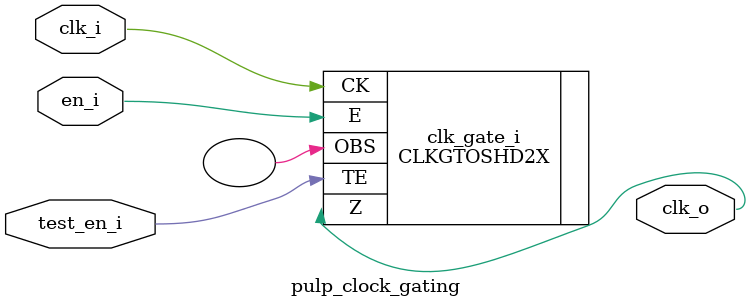
<source format=sv>
module pulp_clock_gating
  (
   input  logic clk_i,
   input  logic en_i,
   input  logic test_en_i,
   output logic clk_o
   );

`ifndef HVT_only
   CLKGTOSHD2X clk_gate_i
     (
		  .Z(clk_o),
		  .CK(clk_i),
		  .E(en_i),
		  .TE(test_en_i),
		  .OBS()
		  );
`else
   CLKGTOSHD2XHT clk_gate_i
     (
		  .Z(clk_o),
		  .CK(clk_i),
		  .E(en_i),
		  .TE(test_en_i),
		  .OBS()
		  );
`endif
   
endmodule

</source>
